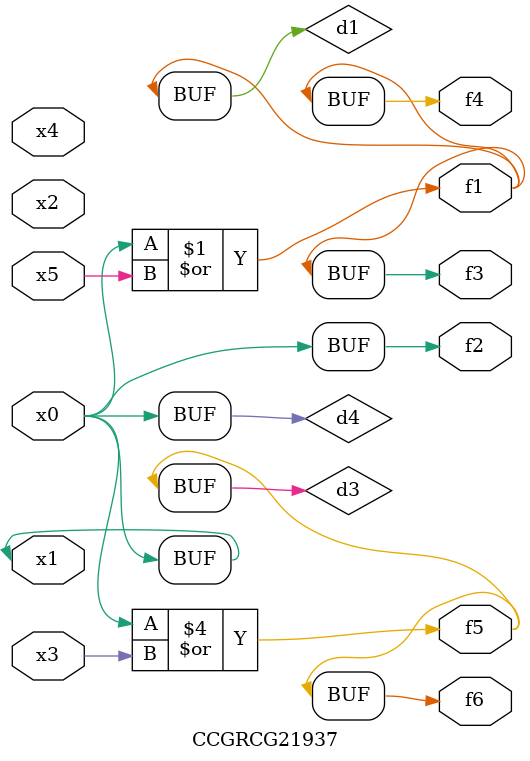
<source format=v>
module CCGRCG21937(
	input x0, x1, x2, x3, x4, x5,
	output f1, f2, f3, f4, f5, f6
);

	wire d1, d2, d3, d4;

	or (d1, x0, x5);
	xnor (d2, x1, x4);
	or (d3, x0, x3);
	buf (d4, x0, x1);
	assign f1 = d1;
	assign f2 = d4;
	assign f3 = d1;
	assign f4 = d1;
	assign f5 = d3;
	assign f6 = d3;
endmodule

</source>
